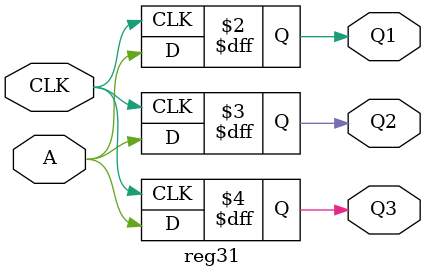
<source format=v>
module reg31 (Q1,Q2,Q3,A,CLK);
    input A;
     input CLK ;
     output Q1,Q2,Q3;
     
     reg Q1,Q2,Q3;
     
     always @(posedge CLK)
     begin 
     Q1 = A;
     Q2 = Q1;
     Q3 = Q2;
 end
 endmodule
</source>
